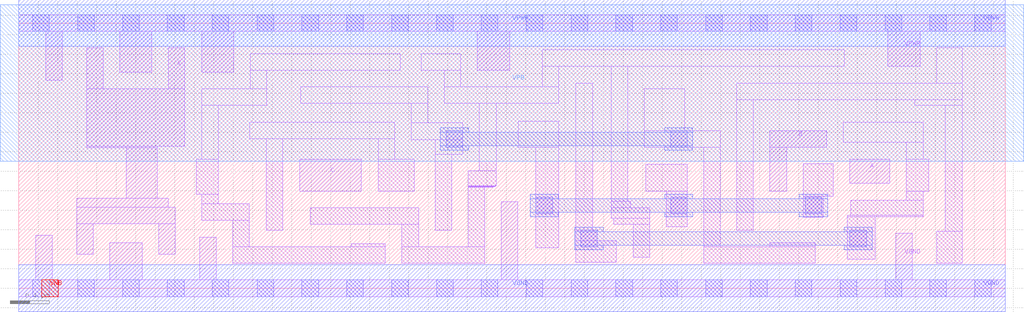
<source format=lef>
# Copyright 2020 The SkyWater PDK Authors
#
# Licensed under the Apache License, Version 2.0 (the "License");
# you may not use this file except in compliance with the License.
# You may obtain a copy of the License at
#
#     https://www.apache.org/licenses/LICENSE-2.0
#
# Unless required by applicable law or agreed to in writing, software
# distributed under the License is distributed on an "AS IS" BASIS,
# WITHOUT WARRANTIES OR CONDITIONS OF ANY KIND, either express or implied.
# See the License for the specific language governing permissions and
# limitations under the License.
#
# SPDX-License-Identifier: Apache-2.0

VERSION 5.7 ;
  NOWIREEXTENSIONATPIN ON ;
  DIVIDERCHAR "/" ;
  BUSBITCHARS "[]" ;
MACRO sky130_fd_sc_hd__xor3_4
  CLASS CORE ;
  FOREIGN sky130_fd_sc_hd__xor3_4 ;
  ORIGIN  0.000000  0.000000 ;
  SIZE  10.12000 BY  2.720000 ;
  SYMMETRY X Y R90 ;
  SITE unithd ;
  PIN A
    ANTENNAGATEAREA  0.246000 ;
    DIRECTION INPUT ;
    USE SIGNAL ;
    PORT
      LAYER li1 ;
        RECT 8.525000 1.075000 8.935000 1.325000 ;
    END
  END A
  PIN B
    ANTENNAGATEAREA  0.661500 ;
    DIRECTION INPUT ;
    USE SIGNAL ;
    PORT
      LAYER li1 ;
        RECT 7.705000 0.995000 7.875000 1.445000 ;
        RECT 7.705000 1.445000 8.285000 1.615000 ;
    END
  END B
  PIN C
    ANTENNAGATEAREA  0.381000 ;
    DIRECTION INPUT ;
    USE SIGNAL ;
    PORT
      LAYER li1 ;
        RECT 2.880000 0.995000 3.515000 1.325000 ;
    END
  END C
  PIN VNB
    PORT
      LAYER pwell ;
        RECT 0.235000 -0.085000 0.405000 0.085000 ;
    END
  END VNB
  PIN VPB
    PORT
      LAYER nwell ;
        RECT -0.190000 1.305000 10.310000 2.910000 ;
    END
  END VPB
  PIN X
    ANTENNADIFFAREA  0.891000 ;
    DIRECTION OUTPUT ;
    USE SIGNAL ;
    PORT
      LAYER li1 ;
        RECT 0.595000 0.350000 0.765000 0.660000 ;
        RECT 0.595000 0.660000 1.605000 0.830000 ;
        RECT 0.595000 0.830000 1.535000 0.925000 ;
        RECT 0.695000 1.440000 1.420000 1.455000 ;
        RECT 0.695000 1.455000 1.705000 2.045000 ;
        RECT 0.695000 2.045000 0.865000 2.465000 ;
        RECT 1.105000 0.925000 1.420000 1.440000 ;
        RECT 1.435000 0.350000 1.605000 0.660000 ;
        RECT 1.535000 2.045000 1.705000 2.465000 ;
    END
  END X
  PIN VGND
    DIRECTION INOUT ;
    SHAPE ABUTMENT ;
    USE GROUND ;
    PORT
      LAYER li1 ;
        RECT 0.000000 -0.085000 10.120000 0.085000 ;
        RECT 0.175000  0.085000  0.345000 0.545000 ;
        RECT 0.935000  0.085000  1.265000 0.465000 ;
        RECT 1.855000  0.085000  2.025000 0.525000 ;
        RECT 4.950000  0.085000  5.120000 0.885000 ;
        RECT 8.995000  0.085000  9.165000 0.565000 ;
      LAYER mcon ;
        RECT 0.145000 -0.085000 0.315000 0.085000 ;
        RECT 0.605000 -0.085000 0.775000 0.085000 ;
        RECT 1.065000 -0.085000 1.235000 0.085000 ;
        RECT 1.525000 -0.085000 1.695000 0.085000 ;
        RECT 1.985000 -0.085000 2.155000 0.085000 ;
        RECT 2.445000 -0.085000 2.615000 0.085000 ;
        RECT 2.905000 -0.085000 3.075000 0.085000 ;
        RECT 3.365000 -0.085000 3.535000 0.085000 ;
        RECT 3.825000 -0.085000 3.995000 0.085000 ;
        RECT 4.285000 -0.085000 4.455000 0.085000 ;
        RECT 4.745000 -0.085000 4.915000 0.085000 ;
        RECT 5.205000 -0.085000 5.375000 0.085000 ;
        RECT 5.665000 -0.085000 5.835000 0.085000 ;
        RECT 6.125000 -0.085000 6.295000 0.085000 ;
        RECT 6.585000 -0.085000 6.755000 0.085000 ;
        RECT 7.045000 -0.085000 7.215000 0.085000 ;
        RECT 7.505000 -0.085000 7.675000 0.085000 ;
        RECT 7.965000 -0.085000 8.135000 0.085000 ;
        RECT 8.425000 -0.085000 8.595000 0.085000 ;
        RECT 8.885000 -0.085000 9.055000 0.085000 ;
        RECT 9.345000 -0.085000 9.515000 0.085000 ;
        RECT 9.805000 -0.085000 9.975000 0.085000 ;
    END
    PORT
      LAYER met1 ;
        RECT 0.000000 -0.240000 10.120000 0.240000 ;
    END
  END VGND
  PIN VPWR
    DIRECTION INOUT ;
    SHAPE ABUTMENT ;
    USE POWER ;
    PORT
      LAYER li1 ;
        RECT 0.000000 2.635000 10.120000 2.805000 ;
        RECT 0.275000 2.135000  0.445000 2.635000 ;
        RECT 1.035000 2.215000  1.365000 2.635000 ;
        RECT 1.875000 2.215000  2.205000 2.635000 ;
        RECT 4.705000 2.235000  5.035000 2.635000 ;
        RECT 8.915000 2.275000  9.245000 2.635000 ;
      LAYER mcon ;
        RECT 0.145000 2.635000 0.315000 2.805000 ;
        RECT 0.605000 2.635000 0.775000 2.805000 ;
        RECT 1.065000 2.635000 1.235000 2.805000 ;
        RECT 1.525000 2.635000 1.695000 2.805000 ;
        RECT 1.985000 2.635000 2.155000 2.805000 ;
        RECT 2.445000 2.635000 2.615000 2.805000 ;
        RECT 2.905000 2.635000 3.075000 2.805000 ;
        RECT 3.365000 2.635000 3.535000 2.805000 ;
        RECT 3.825000 2.635000 3.995000 2.805000 ;
        RECT 4.285000 2.635000 4.455000 2.805000 ;
        RECT 4.745000 2.635000 4.915000 2.805000 ;
        RECT 5.205000 2.635000 5.375000 2.805000 ;
        RECT 5.665000 2.635000 5.835000 2.805000 ;
        RECT 6.125000 2.635000 6.295000 2.805000 ;
        RECT 6.585000 2.635000 6.755000 2.805000 ;
        RECT 7.045000 2.635000 7.215000 2.805000 ;
        RECT 7.505000 2.635000 7.675000 2.805000 ;
        RECT 7.965000 2.635000 8.135000 2.805000 ;
        RECT 8.425000 2.635000 8.595000 2.805000 ;
        RECT 8.885000 2.635000 9.055000 2.805000 ;
        RECT 9.345000 2.635000 9.515000 2.805000 ;
        RECT 9.805000 2.635000 9.975000 2.805000 ;
    END
    PORT
      LAYER met1 ;
        RECT 0.000000 2.480000 10.120000 2.960000 ;
    END
  END VPWR
  OBS
    LAYER li1 ;
      RECT 1.820000 0.965000 2.045000 1.325000 ;
      RECT 1.875000 0.695000 2.365000 0.865000 ;
      RECT 1.875000 0.865000 2.045000 0.965000 ;
      RECT 1.875000 1.325000 2.045000 1.875000 ;
      RECT 1.875000 1.875000 2.545000 2.045000 ;
      RECT 2.195000 0.255000 3.760000 0.425000 ;
      RECT 2.195000 0.425000 2.365000 0.695000 ;
      RECT 2.370000 1.535000 3.855000 1.705000 ;
      RECT 2.375000 2.045000 2.545000 2.235000 ;
      RECT 2.375000 2.235000 3.915000 2.405000 ;
      RECT 2.540000 0.595000 2.710000 1.535000 ;
      RECT 2.890000 1.895000 4.195000 2.065000 ;
      RECT 2.990000 0.655000 4.100000 0.825000 ;
      RECT 3.410000 0.425000 3.760000 0.455000 ;
      RECT 3.685000 0.995000 4.055000 1.325000 ;
      RECT 3.685000 1.325000 3.855000 1.535000 ;
      RECT 3.930000 0.255000 4.780000 0.425000 ;
      RECT 3.930000 0.425000 4.100000 0.655000 ;
      RECT 4.025000 1.525000 4.555000 1.695000 ;
      RECT 4.025000 1.695000 4.195000 1.895000 ;
      RECT 4.130000 2.235000 4.535000 2.405000 ;
      RECT 4.270000 0.595000 4.440000 1.375000 ;
      RECT 4.270000 1.375000 4.555000 1.525000 ;
      RECT 4.365000 1.895000 5.540000 2.065000 ;
      RECT 4.365000 2.065000 4.535000 2.235000 ;
      RECT 4.610000 0.425000 4.780000 1.035000 ;
      RECT 4.610000 1.035000 4.865000 1.040000 ;
      RECT 4.610000 1.040000 4.880000 1.045000 ;
      RECT 4.610000 1.045000 4.890000 1.050000 ;
      RECT 4.610000 1.050000 4.895000 1.205000 ;
      RECT 4.725000 1.205000 4.895000 1.895000 ;
      RECT 5.125000 1.445000 5.540000 1.715000 ;
      RECT 5.300000 0.415000 5.540000 1.445000 ;
      RECT 5.370000 2.065000 5.540000 2.275000 ;
      RECT 5.370000 2.275000 8.465000 2.445000 ;
      RECT 5.715000 0.265000 6.130000 0.485000 ;
      RECT 5.715000 0.485000 5.935000 0.595000 ;
      RECT 5.715000 0.595000 5.885000 2.105000 ;
      RECT 6.075000 0.720000 6.470000 0.825000 ;
      RECT 6.075000 0.825000 6.275000 0.890000 ;
      RECT 6.075000 0.890000 6.245000 2.275000 ;
      RECT 6.105000 0.655000 6.470000 0.720000 ;
      RECT 6.300000 0.320000 6.470000 0.655000 ;
      RECT 6.415000 1.445000 7.195000 1.615000 ;
      RECT 6.415000 1.615000 6.830000 2.045000 ;
      RECT 6.430000 0.995000 6.855000 1.270000 ;
      RECT 6.640000 0.630000 6.855000 0.995000 ;
      RECT 7.025000 0.255000 8.170000 0.425000 ;
      RECT 7.025000 0.425000 7.195000 1.445000 ;
      RECT 7.365000 0.595000 7.535000 1.935000 ;
      RECT 7.365000 1.935000 9.675000 2.105000 ;
      RECT 7.705000 0.425000 8.170000 0.465000 ;
      RECT 8.045000 0.730000 8.250000 0.945000 ;
      RECT 8.045000 0.945000 8.355000 1.275000 ;
      RECT 8.455000 1.495000 9.275000 1.705000 ;
      RECT 8.495000 0.295000 8.785000 0.735000 ;
      RECT 8.495000 0.735000 9.275000 0.750000 ;
      RECT 8.535000 0.750000 9.275000 0.905000 ;
      RECT 9.105000 0.905000 9.275000 0.995000 ;
      RECT 9.105000 0.995000 9.335000 1.325000 ;
      RECT 9.105000 1.325000 9.275000 1.495000 ;
      RECT 9.190000 1.875000 9.675000 1.935000 ;
      RECT 9.415000 0.255000 9.675000 0.585000 ;
      RECT 9.415000 2.105000 9.675000 2.465000 ;
      RECT 9.505000 0.585000 9.675000 1.875000 ;
    LAYER mcon ;
      RECT 4.385000 1.445000 4.555000 1.615000 ;
      RECT 5.305000 0.765000 5.475000 0.935000 ;
      RECT 5.765000 0.425000 5.935000 0.595000 ;
      RECT 6.685000 0.765000 6.855000 0.935000 ;
      RECT 6.685000 1.445000 6.855000 1.615000 ;
      RECT 8.065000 0.765000 8.235000 0.935000 ;
      RECT 8.525000 0.425000 8.695000 0.595000 ;
    LAYER met1 ;
      RECT 4.325000 1.415000 4.615000 1.460000 ;
      RECT 4.325000 1.460000 6.915000 1.600000 ;
      RECT 4.325000 1.600000 4.615000 1.645000 ;
      RECT 5.245000 0.735000 5.535000 0.780000 ;
      RECT 5.245000 0.780000 8.295000 0.920000 ;
      RECT 5.245000 0.920000 5.535000 0.965000 ;
      RECT 5.705000 0.395000 5.995000 0.440000 ;
      RECT 5.705000 0.440000 8.755000 0.580000 ;
      RECT 5.705000 0.580000 5.995000 0.625000 ;
      RECT 6.625000 0.735000 6.915000 0.780000 ;
      RECT 6.625000 0.920000 6.915000 0.965000 ;
      RECT 6.625000 1.415000 6.915000 1.460000 ;
      RECT 6.625000 1.600000 6.915000 1.645000 ;
      RECT 8.005000 0.735000 8.295000 0.780000 ;
      RECT 8.005000 0.920000 8.295000 0.965000 ;
      RECT 8.465000 0.395000 8.755000 0.440000 ;
      RECT 8.465000 0.580000 8.755000 0.625000 ;
  END
END sky130_fd_sc_hd__xor3_4
END LIBRARY

</source>
